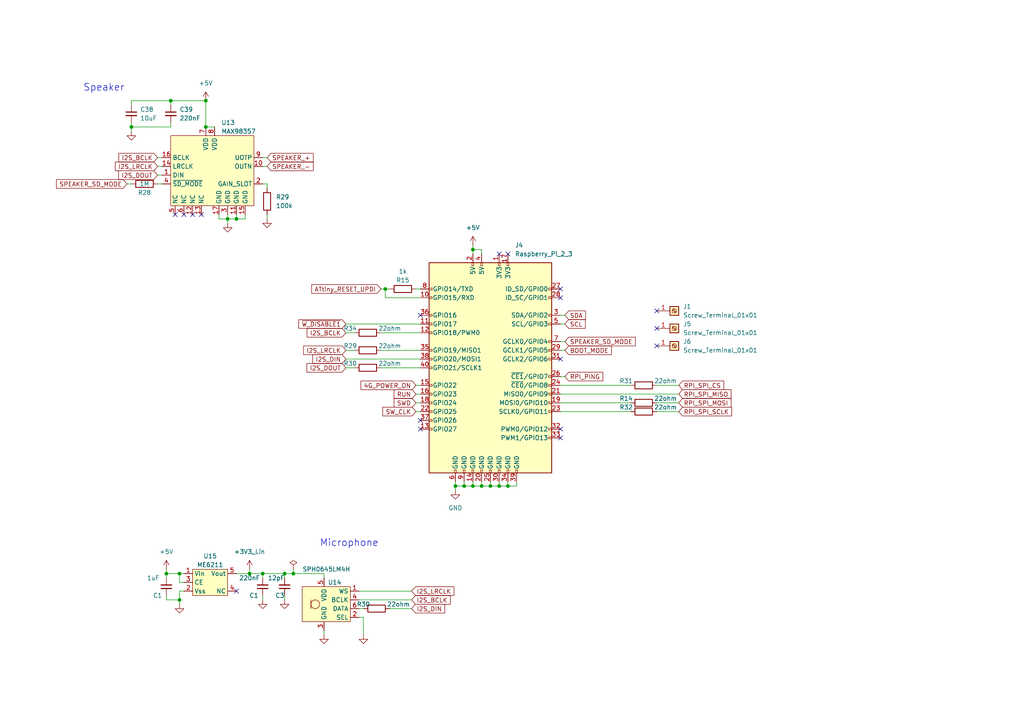
<source format=kicad_sch>
(kicad_sch (version 20230121) (generator eeschema)
  (paper "A4")
  (lib_symbols
    (symbol "Connector:Raspberry_Pi_2_3" (pin_names (offset 1.016))
      (property "Reference" "J" (at -17.78 31.75 0))
      (property "Value" "Raspberry_Pi_2_3" (at 10.16 -31.75 0))
      (symbol "Raspberry_Pi_2_3_0_1"
        (rectangle (start -17.78 30.48) (end 17.78 -30.48) (stroke (width 0.254)) (fill (type background)))
      )
      (symbol "Raspberry_Pi_2_3_1_1"
        (rectangle (start -16.891 -17.526) (end -17.78 -18.034))
        (rectangle (start -16.891 -14.986) (end -17.78 -15.494))
        (rectangle (start -16.891 -12.446) (end -17.78 -12.954))
        (rectangle (start -16.891 -9.906) (end -17.78 -10.414))
        (rectangle (start -16.891 -7.366) (end -17.78 -7.874))
        (rectangle (start -16.891 -4.826) (end -17.78 -5.334))
        (rectangle (start -16.891 0.254) (end -17.78 -0.254))
        (rectangle (start -16.891 2.794) (end -17.78 2.286))
        (rectangle (start -16.891 5.334) (end -17.78 4.826))
        (rectangle (start -16.891 10.414) (end -17.78 9.906))
        (rectangle (start -16.891 12.954) (end -17.78 12.446))
        (rectangle (start -16.891 15.494) (end -17.78 14.986))
        (rectangle (start -16.891 20.574) (end -17.78 20.066))
        (rectangle (start -16.891 23.114) (end -17.78 22.606))
        (rectangle (start -10.414 -29.591) (end -9.906 -30.48))
        (rectangle (start -7.874 -29.591) (end -7.366 -30.48))
        (rectangle (start -5.334 -29.591) (end -4.826 -30.48))
        (rectangle (start -5.334 30.48) (end -4.826 29.591))
        (rectangle (start -2.794 -29.591) (end -2.286 -30.48))
        (rectangle (start -2.794 30.48) (end -2.286 29.591))
        (rectangle (start -0.254 -29.591) (end 0.254 -30.48))
        (rectangle (start 2.286 -29.591) (end 2.794 -30.48))
        (rectangle (start 2.286 30.48) (end 2.794 29.591))
        (rectangle (start 4.826 -29.591) (end 5.334 -30.48))
        (rectangle (start 4.826 30.48) (end 5.334 29.591))
        (rectangle (start 7.366 -29.591) (end 7.874 -30.48))
        (rectangle (start 17.78 -20.066) (end 16.891 -20.574))
        (rectangle (start 17.78 -17.526) (end 16.891 -18.034))
        (rectangle (start 17.78 -12.446) (end 16.891 -12.954))
        (rectangle (start 17.78 -9.906) (end 16.891 -10.414))
        (rectangle (start 17.78 -7.366) (end 16.891 -7.874))
        (rectangle (start 17.78 -4.826) (end 16.891 -5.334))
        (rectangle (start 17.78 -2.286) (end 16.891 -2.794))
        (rectangle (start 17.78 2.794) (end 16.891 2.286))
        (rectangle (start 17.78 5.334) (end 16.891 4.826))
        (rectangle (start 17.78 7.874) (end 16.891 7.366))
        (rectangle (start 17.78 12.954) (end 16.891 12.446))
        (rectangle (start 17.78 15.494) (end 16.891 14.986))
        (rectangle (start 17.78 20.574) (end 16.891 20.066))
        (rectangle (start 17.78 23.114) (end 16.891 22.606))
        (pin power_in line (at 2.54 33.02 270) (length 2.54) (name "3V3") (number "1"))
        (pin bidirectional line (at -20.32 20.32 0) (length 2.54) (name "GPIO15/RXD") (number "10"))
        (pin bidirectional line (at -20.32 12.7 0) (length 2.54) (name "GPIO17") (number "11"))
        (pin bidirectional line (at -20.32 10.16 0) (length 2.54) (name "GPIO18/PWM0") (number "12"))
        (pin bidirectional line (at -20.32 -17.78 0) (length 2.54) (name "GPIO27") (number "13"))
        (pin power_in line (at -5.08 -33.02 90) (length 2.54) (name "GND") (number "14"))
        (pin bidirectional line (at -20.32 -5.08 0) (length 2.54) (name "GPIO22") (number "15"))
        (pin bidirectional line (at -20.32 -7.62 0) (length 2.54) (name "GPIO23") (number "16"))
        (pin power_in line (at 5.08 33.02 270) (length 2.54) (name "3V3") (number "17"))
        (pin bidirectional line (at -20.32 -10.16 0) (length 2.54) (name "GPIO24") (number "18"))
        (pin bidirectional line (at 20.32 -10.16 180) (length 2.54) (name "MOSI0/GPIO10") (number "19"))
        (pin power_in line (at -5.08 33.02 270) (length 2.54) (name "5V") (number "2"))
        (pin power_in line (at -2.54 -33.02 90) (length 2.54) (name "GND") (number "20"))
        (pin bidirectional line (at 20.32 -7.62 180) (length 2.54) (name "MISO0/GPIO9") (number "21"))
        (pin bidirectional line (at -20.32 -12.7 0) (length 2.54) (name "GPIO25") (number "22"))
        (pin bidirectional line (at 20.32 -12.7 180) (length 2.54) (name "SCLK0/GPIO11") (number "23"))
        (pin bidirectional line (at 20.32 -5.08 180) (length 2.54) (name "~{CE0}/GPIO8") (number "24"))
        (pin power_in line (at 0 -33.02 90) (length 2.54) (name "GND") (number "25"))
        (pin bidirectional line (at 20.32 -2.54 180) (length 2.54) (name "~{CE1}/GPIO7") (number "26"))
        (pin bidirectional line (at 20.32 22.86 180) (length 2.54) (name "ID_SD/GPIO0") (number "27"))
        (pin bidirectional line (at 20.32 20.32 180) (length 2.54) (name "ID_SC/GPIO1") (number "28"))
        (pin bidirectional line (at 20.32 5.08 180) (length 2.54) (name "GCLK1/GPIO5") (number "29"))
        (pin bidirectional line (at 20.32 15.24 180) (length 2.54) (name "SDA/GPIO2") (number "3"))
        (pin power_in line (at 2.54 -33.02 90) (length 2.54) (name "GND") (number "30"))
        (pin bidirectional line (at 20.32 2.54 180) (length 2.54) (name "GCLK2/GPIO6") (number "31"))
        (pin bidirectional line (at 20.32 -17.78 180) (length 2.54) (name "PWM0/GPIO12") (number "32"))
        (pin bidirectional line (at 20.32 -20.32 180) (length 2.54) (name "PWM1/GPIO13") (number "33"))
        (pin power_in line (at 5.08 -33.02 90) (length 2.54) (name "GND") (number "34"))
        (pin bidirectional line (at -20.32 5.08 0) (length 2.54) (name "GPIO19/MISO1") (number "35"))
        (pin bidirectional line (at -20.32 15.24 0) (length 2.54) (name "GPIO16") (number "36"))
        (pin bidirectional line (at -20.32 -15.24 0) (length 2.54) (name "GPIO26") (number "37"))
        (pin bidirectional line (at -20.32 2.54 0) (length 2.54) (name "GPIO20/MOSI1") (number "38"))
        (pin power_in line (at 7.62 -33.02 90) (length 2.54) (name "GND") (number "39"))
        (pin power_in line (at -2.54 33.02 270) (length 2.54) (name "5V") (number "4"))
        (pin bidirectional line (at -20.32 0 0) (length 2.54) (name "GPIO21/SCLK1") (number "40"))
        (pin bidirectional line (at 20.32 12.7 180) (length 2.54) (name "SCL/GPIO3") (number "5"))
        (pin power_in line (at -10.16 -33.02 90) (length 2.54) (name "GND") (number "6"))
        (pin bidirectional line (at 20.32 7.62 180) (length 2.54) (name "GCLK0/GPIO4") (number "7"))
        (pin bidirectional line (at -20.32 22.86 0) (length 2.54) (name "GPIO14/TXD") (number "8"))
        (pin power_in line (at -7.62 -33.02 90) (length 2.54) (name "GND") (number "9"))
      )
    )
    (symbol "Connector:Screw_Terminal_01x01" (pin_names (offset 1.016) hide)
      (property "Reference" "J" (at 0 2.54 0))
      (property "Value" "Screw_Terminal_01x01" (at 0 -2.54 0))
      (symbol "Screw_Terminal_01x01_1_1"
        (rectangle (start -1.27 1.27) (end 1.27 -1.27) (stroke (width 0.254)) (fill (type background)))
        (polyline (pts (xy -0.5334 0.3302) (xy 0.3302 -0.508)) (stroke (width 0.1524)))
        (polyline (pts (xy -0.3556 0.508) (xy 0.508 -0.3302)) (stroke (width 0.1524)))
        (circle (center 0 0) (radius 0.635) (stroke (width 0.1524)))
        (pin passive line (at -5.08 0 0) (length 3.81) (name "Pin_1") (number "1"))
      )
    )
    (symbol "Device:C_Small" (pin_numbers hide) (pin_names (offset 0.254) hide)
      (property "Reference" "C" (at 0.254 1.778 0))
      (property "Value" "C_Small" (at 0.254 -2.032 0))
      (symbol "C_Small_0_1"
        (polyline (pts (xy -1.524 -0.508) (xy 1.524 -0.508)) (stroke (width 0.3302)))
        (polyline (pts (xy -1.524 0.508) (xy 1.524 0.508)) (stroke (width 0.3048)))
      )
      (symbol "C_Small_1_1"
        (pin passive line (at 0 2.54 270) (length 2.032) (name "~") (number "1"))
        (pin passive line (at 0 -2.54 90) (length 2.032) (name "~") (number "2"))
      )
    )
    (symbol "Device:R" (pin_numbers hide) (pin_names (offset 0))
      (property "Reference" "R" (at 2.032 0 90))
      (property "Value" "R" (at 0 0 90))
      (symbol "R_0_1"
        (rectangle (start -1.016 -2.54) (end 1.016 2.54) (stroke (width 0.254)))
      )
      (symbol "R_1_1"
        (pin passive line (at 0 3.81 270) (length 1.27) (name "~") (number "1"))
        (pin passive line (at 0 -3.81 90) (length 1.27) (name "~") (number "2"))
      )
    )
    (symbol "cacophony-library:+3V3_Lin" (power) (pin_names (offset 0))
      (property "Value" "+3V3_Lin" (at 0 5.08 0))
      (symbol "+3V3_Lin_0_1"
        (polyline (pts (xy -0.762 1.27) (xy 0 2.54)))
        (polyline (pts (xy 0 0) (xy 0 2.54)))
        (polyline (pts (xy 0 2.54) (xy 0.762 1.27)))
      )
      (symbol "+3V3_Lin_1_1"
        (pin power_in line (at 0 0 90) (length 0) hide (name "+3V3_Lin") (number "1"))
      )
    )
    (symbol "cacophony-library:MAX98357"
      (property "Reference" "U" (at 3.2894 7.62 0))
      (property "Value" "MAX98357" (at 3.2894 5.08 0))
      (symbol "MAX98357_0_1"
        (rectangle (start -11.43 2.54) (end 12.7 -17.78) (fill (type background)))
      )
      (symbol "MAX98357_1_1"
        (pin passive line (at -13.97 -8.89 0) (length 2.54) (name "DIN") (number "1"))
        (pin passive line (at 15.24 -6.35 180) (length 2.54) (name "OUTN") (number "10"))
        (pin passive line (at 7.62 -20.32 90) (length 2.54) (name "GND") (number "11"))
        (pin passive line (at -5.08 -20.32 90) (length 2.54) (name "NC") (number "12"))
        (pin passive line (at -2.54 -20.32 90) (length 2.54) (name "NC") (number "13"))
        (pin passive line (at -13.97 -6.35 0) (length 2.54) (name "LRCLK") (number "14"))
        (pin passive line (at 10.16 -20.32 90) (length 2.54) (name "GND") (number "15"))
        (pin passive line (at -13.97 -3.81 0) (length 2.54) (name "BCLK") (number "16"))
        (pin passive line (at 2.54 -20.32 90) (length 2.54) (name "GND") (number "17"))
        (pin passive line (at 15.24 -11.43 180) (length 2.54) (name "GAIN_SLOT") (number "2"))
        (pin passive line (at 5.08 -20.32 90) (length 2.54) (name "GND") (number "3"))
        (pin passive line (at -13.97 -11.43 0) (length 2.54) (name "~{SD_MODE}") (number "4"))
        (pin passive line (at -10.16 -20.32 90) (length 2.54) (name "NC") (number "5"))
        (pin passive line (at -7.62 -20.32 90) (length 2.54) (name "NC") (number "6"))
        (pin passive line (at -1.27 5.08 270) (length 2.54) (name "VDD") (number "7"))
        (pin passive line (at 1.27 5.08 270) (length 2.54) (name "VDD") (number "8"))
        (pin passive line (at 15.24 -3.81 180) (length 2.54) (name "UOTP") (number "9"))
      )
    )
    (symbol "cacophony-library:ME6211"
      (property "Reference" "U" (at 0 3.81 0))
      (property "Value" "ME6211" (at 0 1.27 0))
      (symbol "ME6211_0_1"
        (rectangle (start -5.08 -1.27) (end 5.08 -8.89) (fill (type background)))
      )
      (symbol "ME6211_1_1"
        (pin input line (at -7.62 -2.54 0) (length 2.54) (name "Vin") (number "1"))
        (pin input line (at -7.62 -7.62 0) (length 2.54) (name "Vss") (number "2"))
        (pin input line (at -7.62 -5.08 0) (length 2.54) (name "CE") (number "3"))
        (pin input line (at 7.62 -7.62 180) (length 2.54) (name "NC") (number "4"))
        (pin input line (at 7.62 -2.54 180) (length 2.54) (name "Vout") (number "5"))
      )
    )
    (symbol "cacophony-library:SPH0645LM4H"
      (property "Reference" "U" (at 3.81 6.35 0))
      (property "Value" "SPH0645LM4H" (at 6.35 10.16 0))
      (symbol "SPH0645LM4H_0_1"
        (rectangle (start -7.62 5.08) (end 6.35 -5.08) (fill (type background)))
        (circle (center -3.81 0) (radius 1.27))
        (polyline (pts (xy -5.08 1.27) (xy -5.08 -1.27)))
      )
      (symbol "SPH0645LM4H_1_1"
        (pin input line (at 8.89 3.81 180) (length 2.54) (name "WS") (number "1"))
        (pin input line (at 8.89 -3.81 180) (length 2.54) (name "SEL") (number "2"))
        (pin input line (at -1.27 -7.62 90) (length 2.54) (name "GND") (number "3"))
        (pin input line (at 8.89 1.27 180) (length 2.54) (name "BCLK") (number "4"))
        (pin input line (at -1.27 7.62 270) (length 2.54) (name "VDD") (number "5"))
        (pin input line (at 8.89 -1.27 180) (length 2.54) (name "DATA") (number "6"))
      )
    )
    (symbol "power:+5V" (power) (pin_names (offset 0))
      (property "Value" "+5V" (at 0 3.556 0))
      (symbol "+5V_0_1"
        (polyline (pts (xy -0.762 1.27) (xy 0 2.54)))
        (polyline (pts (xy 0 0) (xy 0 2.54)))
        (polyline (pts (xy 0 2.54) (xy 0.762 1.27)))
      )
      (symbol "+5V_1_1"
        (pin power_in line (at 0 0 90) (length 0) hide (name "+5V") (number "1"))
      )
    )
    (symbol "power:GND" (power) (pin_names (offset 0))
      (property "Value" "GND" (at 0 -3.81 0))
      (symbol "GND_0_1"
        (polyline (pts (xy 0 0) (xy 0 -1.27) (xy 1.27 -1.27) (xy 0 -2.54) (xy -1.27 -1.27) (xy 0 -1.27)))
      )
      (symbol "GND_1_1"
        (pin power_in line (at 0 0 270) (length 0) hide (name "GND") (number "1"))
      )
    )
    (symbol "power:PWR_FLAG" (power) (pin_numbers hide) (pin_names (offset 0) hide)
      (property "Value" "PWR_FLAG" (at 0 3.81 0))
      (symbol "PWR_FLAG_0_0"
        (pin power_out line (at 0 0 90) (length 0) (name "pwr") (number "1"))
      )
      (symbol "PWR_FLAG_0_1"
        (polyline (pts (xy 0 0) (xy 0 1.27) (xy -1.016 1.905) (xy 0 2.54) (xy 1.016 1.905) (xy 0 1.27)))
      )
    )
  )
  (junction (at 52.07 166.37))
  (junction (at 59.69 29.21))
  (junction (at 147.32 140.97))
  (junction (at 82.55 166.37))
  (junction (at 59.69 36.83))
  (junction (at 49.53 29.21))
  (junction (at 72.39 166.37))
  (junction (at 142.24 140.97))
  (junction (at 48.26 166.37))
  (junction (at 137.16 72.39))
  (junction (at 76.2 166.37))
  (junction (at 111.76 83.82))
  (junction (at 132.08 140.97))
  (junction (at 85.09 166.37))
  (junction (at 66.04 63.5))
  (junction (at 52.07 173.99))
  (junction (at 38.1 36.83))
  (junction (at 137.16 140.97))
  (junction (at 144.78 140.97))
  (junction (at 139.7 140.97))
  (junction (at 68.58 63.5))
  (junction (at 134.62 140.97))
  (no_connect (at 147.32 73.66))
  (no_connect (at 121.92 124.46))
  (no_connect (at 162.56 124.46))
  (no_connect (at 121.92 91.44))
  (no_connect (at 55.88 62.23))
  (no_connect (at 68.58 171.45))
  (no_connect (at 190.5 95.25))
  (no_connect (at 121.92 121.92))
  (no_connect (at 144.78 73.66))
  (no_connect (at 58.42 62.23))
  (no_connect (at 190.5 90.17))
  (no_connect (at 162.56 86.36))
  (no_connect (at 162.56 104.14))
  (no_connect (at 50.8 62.23))
  (no_connect (at 162.56 127))
  (no_connect (at 53.34 62.23))
  (no_connect (at 190.5 100.33))
  (no_connect (at 162.56 83.82))
  (wire (pts (xy 68.58 62.23) (xy 68.58 63.5)))
  (wire (pts (xy 66.04 62.23) (xy 66.04 63.5)))
  (wire (pts (xy 162.56 99.06) (xy 163.83 99.06)))
  (wire (pts (xy 134.62 140.97) (xy 137.16 140.97)))
  (wire (pts (xy 82.55 166.37) (xy 82.55 167.64)))
  (wire (pts (xy 100.33 96.52) (xy 102.87 96.52)))
  (wire (pts (xy 110.49 106.68) (xy 121.92 106.68)))
  (wire (pts (xy 132.08 140.97) (xy 134.62 140.97)))
  (wire (pts (xy 38.1 35.56) (xy 38.1 36.83)))
  (wire (pts (xy 137.16 140.97) (xy 137.16 139.7)))
  (wire (pts (xy 111.76 86.36) (xy 111.76 83.82)))
  (wire (pts (xy 113.03 176.53) (xy 119.38 176.53)))
  (wire (pts (xy 93.98 166.37) (xy 93.98 167.64)))
  (wire (pts (xy 162.56 119.38) (xy 182.88 119.38)))
  (wire (pts (xy 104.14 179.07) (xy 105.41 179.07)))
  (wire (pts (xy 147.32 140.97) (xy 149.86 140.97)))
  (wire (pts (xy 76.2 48.26) (xy 77.47 48.26)))
  (wire (pts (xy 52.07 171.45) (xy 52.07 173.99)))
  (wire (pts (xy 59.69 29.21) (xy 59.69 36.83)))
  (wire (pts (xy 52.07 166.37) (xy 52.07 168.91)))
  (wire (pts (xy 120.65 114.3) (xy 121.92 114.3)))
  (wire (pts (xy 162.56 91.44) (xy 163.83 91.44)))
  (wire (pts (xy 162.56 111.76) (xy 182.88 111.76)))
  (wire (pts (xy 100.33 93.98) (xy 121.92 93.98)))
  (wire (pts (xy 77.47 53.34) (xy 76.2 53.34)))
  (wire (pts (xy 76.2 166.37) (xy 82.55 166.37)))
  (wire (pts (xy 76.2 172.72) (xy 76.2 173.99)))
  (wire (pts (xy 134.62 140.97) (xy 134.62 139.7)))
  (wire (pts (xy 76.2 45.72) (xy 77.47 45.72)))
  (wire (pts (xy 104.14 171.45) (xy 119.38 171.45)))
  (wire (pts (xy 63.5 62.23) (xy 63.5 63.5)))
  (wire (pts (xy 142.24 140.97) (xy 144.78 140.97)))
  (wire (pts (xy 53.34 166.37) (xy 52.07 166.37)))
  (wire (pts (xy 85.09 165.1) (xy 85.09 166.37)))
  (wire (pts (xy 162.56 101.6) (xy 163.83 101.6)))
  (wire (pts (xy 52.07 171.45) (xy 53.34 171.45)))
  (wire (pts (xy 38.1 36.83) (xy 49.53 36.83)))
  (wire (pts (xy 49.53 36.83) (xy 49.53 35.56)))
  (wire (pts (xy 48.26 173.99) (xy 48.26 172.72)))
  (wire (pts (xy 104.14 173.99) (xy 119.38 173.99)))
  (wire (pts (xy 53.34 168.91) (xy 52.07 168.91)))
  (wire (pts (xy 45.72 53.34) (xy 46.99 53.34)))
  (wire (pts (xy 52.07 166.37) (xy 48.26 166.37)))
  (wire (pts (xy 120.65 119.38) (xy 121.92 119.38)))
  (wire (pts (xy 71.12 62.23) (xy 71.12 63.5)))
  (wire (pts (xy 120.65 116.84) (xy 121.92 116.84)))
  (wire (pts (xy 82.55 166.37) (xy 85.09 166.37)))
  (wire (pts (xy 190.5 111.76) (xy 196.85 111.76)))
  (wire (pts (xy 132.08 140.97) (xy 132.08 142.24)))
  (wire (pts (xy 137.16 71.12) (xy 137.16 72.39)))
  (wire (pts (xy 132.08 139.7) (xy 132.08 140.97)))
  (wire (pts (xy 162.56 109.22) (xy 163.83 109.22)))
  (wire (pts (xy 147.32 140.97) (xy 147.32 139.7)))
  (wire (pts (xy 66.04 63.5) (xy 68.58 63.5)))
  (wire (pts (xy 48.26 166.37) (xy 48.26 167.64)))
  (wire (pts (xy 149.86 140.97) (xy 149.86 139.7)))
  (wire (pts (xy 110.49 101.6) (xy 121.92 101.6)))
  (wire (pts (xy 63.5 63.5) (xy 66.04 63.5)))
  (wire (pts (xy 72.39 165.1) (xy 72.39 166.37)))
  (wire (pts (xy 139.7 140.97) (xy 139.7 139.7)))
  (wire (pts (xy 93.98 182.88) (xy 93.98 184.15)))
  (wire (pts (xy 137.16 72.39) (xy 137.16 73.66)))
  (wire (pts (xy 68.58 166.37) (xy 72.39 166.37)))
  (wire (pts (xy 111.76 86.36) (xy 121.92 86.36)))
  (wire (pts (xy 139.7 72.39) (xy 139.7 73.66)))
  (wire (pts (xy 137.16 72.39) (xy 139.7 72.39)))
  (wire (pts (xy 120.65 83.82) (xy 121.92 83.82)))
  (wire (pts (xy 52.07 173.99) (xy 48.26 173.99)))
  (wire (pts (xy 85.09 166.37) (xy 93.98 166.37)))
  (wire (pts (xy 100.33 104.14) (xy 121.92 104.14)))
  (wire (pts (xy 36.83 53.34) (xy 38.1 53.34)))
  (wire (pts (xy 162.56 114.3) (xy 196.85 114.3)))
  (wire (pts (xy 137.16 140.97) (xy 139.7 140.97)))
  (wire (pts (xy 77.47 54.61) (xy 77.47 53.34)))
  (wire (pts (xy 110.49 83.82) (xy 111.76 83.82)))
  (wire (pts (xy 45.72 50.8) (xy 46.99 50.8)))
  (wire (pts (xy 48.26 166.37) (xy 48.26 165.1)))
  (wire (pts (xy 104.14 176.53) (xy 105.41 176.53)))
  (wire (pts (xy 45.72 45.72) (xy 46.99 45.72)))
  (wire (pts (xy 59.69 29.21) (xy 49.53 29.21)))
  (wire (pts (xy 82.55 172.72) (xy 82.55 173.99)))
  (wire (pts (xy 190.5 116.84) (xy 196.85 116.84)))
  (wire (pts (xy 76.2 166.37) (xy 76.2 167.64)))
  (wire (pts (xy 49.53 29.21) (xy 49.53 30.48)))
  (wire (pts (xy 144.78 140.97) (xy 147.32 140.97)))
  (wire (pts (xy 139.7 140.97) (xy 142.24 140.97)))
  (wire (pts (xy 120.65 111.76) (xy 121.92 111.76)))
  (wire (pts (xy 59.69 36.83) (xy 62.23 36.83)))
  (wire (pts (xy 111.76 83.82) (xy 113.03 83.82)))
  (wire (pts (xy 77.47 62.23) (xy 77.47 63.5)))
  (wire (pts (xy 45.72 48.26) (xy 46.99 48.26)))
  (wire (pts (xy 100.33 101.6) (xy 102.87 101.6)))
  (wire (pts (xy 66.04 63.5) (xy 66.04 64.77)))
  (wire (pts (xy 190.5 119.38) (xy 196.85 119.38)))
  (wire (pts (xy 38.1 29.21) (xy 38.1 30.48)))
  (wire (pts (xy 38.1 36.83) (xy 38.1 38.1)))
  (wire (pts (xy 162.56 116.84) (xy 182.88 116.84)))
  (wire (pts (xy 105.41 179.07) (xy 105.41 184.15)))
  (wire (pts (xy 162.56 93.98) (xy 163.83 93.98)))
  (wire (pts (xy 49.53 29.21) (xy 38.1 29.21)))
  (wire (pts (xy 72.39 166.37) (xy 76.2 166.37)))
  (wire (pts (xy 68.58 63.5) (xy 71.12 63.5)))
  (wire (pts (xy 52.07 173.99) (xy 52.07 175.26)))
  (wire (pts (xy 110.49 96.52) (xy 121.92 96.52)))
  (wire (pts (xy 144.78 140.97) (xy 144.78 139.7)))
  (wire (pts (xy 100.33 106.68) (xy 102.87 106.68)))
  (wire (pts (xy 142.24 140.97) (xy 142.24 139.7)))
  (text "Speaker" (at 24.13 26.67 0) (effects (font (size 2 2)) (justify left bottom)))
  (text "Microphone" (at 92.71 158.75 0) (effects (font (size 2 2)) (justify left bottom)))
  (global_label "I2S_DIN" (shape input) (at 100.33 104.14 180) (property "Intersheetrefs" "${INTERSHEET_REFS}" (effects hide)))
  (global_label "RPI_SPI_SCLK" (shape input) (at 196.85 119.38 0) (property "Intersheetrefs" "${INTERSHEET_REFS}" (effects hide)))
  (global_label "RPI_SPI_MISO" (shape input) (at 196.85 114.3 0) (property "Intersheetrefs" "${INTERSHEET_REFS}" (effects hide)))
  (global_label "I2S_DOUT" (shape input) (at 100.33 106.68 180) (property "Intersheetrefs" "${INTERSHEET_REFS}" (effects hide)))
  (global_label "SDA" (shape input) (at 163.83 91.44 0) (property "Intersheetrefs" "${INTERSHEET_REFS}" (effects hide)))
  (global_label "BOOT_MODE" (shape input) (at 163.83 101.6 0) (property "Intersheetrefs" "${INTERSHEET_REFS}" (effects hide)))
  (global_label "SWD" (shape input) (at 120.65 116.84 180) (property "Intersheetrefs" "${INTERSHEET_REFS}" (effects hide)))
  (global_label "SCL" (shape input) (at 163.83 93.98 0) (property "Intersheetrefs" "${INTERSHEET_REFS}" (effects hide)))
  (global_label "I2S_DOUT" (shape input) (at 45.72 50.8 180) (property "Intersheetrefs" "${INTERSHEET_REFS}" (effects hide)))
  (global_label "I2S_LRCLK" (shape input) (at 45.72 48.26 180) (property "Intersheetrefs" "${INTERSHEET_REFS}" (effects hide)))
  (global_label "4G_POWER_ON" (shape input) (at 120.65 111.76 180) (property "Intersheetrefs" "${INTERSHEET_REFS}" (effects hide)))
  (global_label "SPEAKER_SD_MODE" (shape input) (at 36.83 53.34 180) (property "Intersheetrefs" "${INTERSHEET_REFS}" (effects hide)))
  (global_label "SW_CLK" (shape input) (at 120.65 119.38 180) (property "Intersheetrefs" "${INTERSHEET_REFS}" (effects hide)))
  (global_label "I2S_BCLK" (shape input) (at 119.38 173.99 0) (property "Intersheetrefs" "${INTERSHEET_REFS}" (effects hide)))
  (global_label "I2S_LRCLK" (shape input) (at 119.38 171.45 0) (property "Intersheetrefs" "${INTERSHEET_REFS}" (effects hide)))
  (global_label "I2S_BCLK" (shape input) (at 100.33 96.52 180) (property "Intersheetrefs" "${INTERSHEET_REFS}" (effects hide)))
  (global_label "SPEAKER_+" (shape input) (at 77.47 45.72 0) (property "Intersheetrefs" "${INTERSHEET_REFS}" (effects hide)))
  (global_label "RUN" (shape input) (at 120.65 114.3 180) (property "Intersheetrefs" "${INTERSHEET_REFS}" (effects hide)))
  (global_label "SPEAKER_SD_MODE" (shape input) (at 163.83 99.06 0) (property "Intersheetrefs" "${INTERSHEET_REFS}" (effects hide)))
  (global_label "RPI_PING" (shape input) (at 163.83 109.22 0) (property "Intersheetrefs" "${INTERSHEET_REFS}" (effects hide)))
  (global_label "I2S_LRCLK" (shape input) (at 100.33 101.6 180) (property "Intersheetrefs" "${INTERSHEET_REFS}" (effects hide)))
  (global_label "RPI_SPI_CS" (shape input) (at 196.85 111.76 0) (property "Intersheetrefs" "${INTERSHEET_REFS}" (effects hide)))
  (global_label "ATtiny_RESET_UPDI" (shape input) (at 110.49 83.82 180) (property "Intersheetrefs" "${INTERSHEET_REFS}" (effects hide)))
  (global_label "RPI_SPI_MOSI" (shape input) (at 196.85 116.84 0) (property "Intersheetrefs" "${INTERSHEET_REFS}" (effects hide)))
  (global_label "~{W_DISABLE1}" (shape input) (at 100.33 93.98 180) (property "Intersheetrefs" "${INTERSHEET_REFS}" (effects hide)))
  (global_label "I2S_BCLK" (shape input) (at 45.72 45.72 180) (property "Intersheetrefs" "${INTERSHEET_REFS}" (effects hide)))
  (global_label "SPEAKER_-" (shape input) (at 77.47 48.26 0) (property "Intersheetrefs" "${INTERSHEET_REFS}" (effects hide)))
  (global_label "I2S_DIN" (shape input) (at 119.38 176.53 0) (property "Intersheetrefs" "${INTERSHEET_REFS}" (effects hide)))
  (symbol (lib_id "Connector:Screw_Terminal_01x01") (at 195.58 100.33 0) (unit 1)
    (property "Reference" "J6" (at 198.12 99.06 0) (effects (justify left)))
    (property "Value" "Screw_Terminal_01x01" (at 198.12 101.5999 0) (effects (justify left)))
    (property "Footprint" "cacophony-library:SMTSO25" (effects hide))
    (property "LCSC" "C2915630" (effects hide))
  )
  (symbol (lib_id "Device:R") (at 106.68 106.68 90) (unit 1)
    (property "Reference" "R30" (at 101.6 105.41 90))
    (property "Value" "22ohm" (at 113.03 105.41 90))
    (property "Footprint" "Resistor_SMD:R_0402_1005Metric" (effects hide))
    (property "LCSC" "C25092" (effects hide))
    (instances (project "thermal-camera-low-power-2" (path "" (reference "R30") (unit 1))) (project "thermal-camera-v2" (path "" (reference "R26") (unit 1))))
  )
  (symbol (lib_id "power:GND") (at 82.55 173.99 0) (unit 1)
    (property "Reference" "#PWR085" (effects hide))
    (property "Value" "GND" (effects hide))
    (instances (project "thermal-camera-low-power-2" (path "" (reference "#PWR085") (unit 1)) (path "" (reference "#PWR082") (unit 1))) (project "thermal-camera-v2" (path "" (reference "#PWR0170") (unit 1))))
  )
  (symbol (lib_id "Device:C_Small") (at 49.53 33.02 0) (unit 1)
    (property "Reference" "C39" (at 52.07 31.7562 0) (effects (justify left)))
    (property "Value" "220nF" (at 52.07 34.2962 0) (effects (justify left)))
    (property "Footprint" "Capacitor_SMD:C_0402_1005Metric" (effects hide))
    (property "LCSC" "C16772" (effects hide))
    (instances (project "thermal-camera-low-power-2" (path "" (reference "C39") (unit 1)) (path "" (reference "C29") (unit 1))) (project "thermal-camera-v2" (path "" (reference "C8") (unit 1))))
  )
  (symbol (lib_id "power:GND") (at 76.2 173.99 0) (unit 1)
    (property "Reference" "#PWR085" (effects hide))
    (property "Value" "GND" (effects hide))
    (instances (project "thermal-camera-low-power-2" (path "" (reference "#PWR085") (unit 1)) (path "" (reference "#PWR081") (unit 1))) (project "thermal-camera-v2" (path "" (reference "#PWR0170") (unit 1))))
  )
  (symbol (lib_id "cacophony-library:SPH0645LM4H") (at 95.25 175.26 0) (unit 1)
    (property "Reference" "U14" (at 99.06 168.91 0) (effects (justify right)))
    (property "Value" "SPH0645LM4H" (at 101.6 165.1 0) (effects (justify right)))
    (property "Footprint" "cacophony-library:MIC_SPH0645LM4H-B" (effects hide))
    (property "Datasheet" "https://media.digikey.com/pdf/Data%20Sheets/Knowles%20Acoustics%20PDFs/SPH0645LM4H-B.pdf" (effects hide))
    (property "LCSC" "C2686054" (effects hide))
    (instances (project "thermal-camera-low-power-2" (path "" (reference "U14") (unit 1)) (path "" (reference "U14") (unit 1))) (project "thermal-camera-v2" (path "" (reference "U6") (unit 1))))
  )
  (symbol (lib_id "power:GND") (at 77.47 63.5 0) (unit 1)
    (property "Reference" "#PWR082" (effects hide))
    (property "Value" "GND" (effects hide))
    (instances (project "thermal-camera-low-power-2" (path "" (reference "#PWR082") (unit 1)) (path "" (reference "#PWR012") (unit 1))) (project "thermal-camera-v2" (path "" (reference "#PWR0106") (unit 1))))
  )
  (symbol (lib_id "power:GND") (at 66.04 64.77 0) (unit 1)
    (property "Reference" "#PWR083" (effects hide))
    (property "Value" "GND" (effects hide))
    (instances (project "thermal-camera-low-power-2" (path "" (reference "#PWR083") (unit 1)) (path "" (reference "#PWR080") (unit 1))) (project "thermal-camera-v2" (path "" (reference "#PWR0107") (unit 1))))
  )
  (symbol (lib_id "cacophony-library:ME6211") (at 60.96 163.83 0) (unit 1)
    (property "Reference" "U15" (at 60.96 161.29 0))
    (property "Value" "ME6211" (at 60.96 163.83 0))
    (property "Footprint" "Package_TO_SOT_SMD:SOT-23-5" (effects hide))
    (property "Datasheet" "https://datasheet.lcsc.com/lcsc/1811131510_MICRONE-Nanjing-Micro-One-Elec-ME6211C33M5G-N_C82942.pdf" (effects hide))
    (property "LCSC" "C82942" (effects hide))
    (instances (project "thermal-camera-low-power-2" (path "" (reference "U15") (unit 1))) (project "thermal-camera-v2" (path "" (reference "U4") (unit 1))))
  )
  (symbol (lib_id "Device:R") (at 186.69 116.84 90) (unit 1)
    (property "Reference" "R14" (at 181.61 115.57 90))
    (property "Value" "22ohm" (at 193.04 115.57 90))
    (property "Footprint" "Resistor_SMD:R_0402_1005Metric" (effects hide))
    (property "LCSC" "C25092" (effects hide))
  )
  (symbol (lib_id "Device:R") (at 116.84 83.82 90) (unit 1)
    (property "Reference" "R15" (at 116.84 81.28 90))
    (property "Value" "1k" (at 116.84 78.74 90))
    (property "Footprint" "Resistor_SMD:R_0402_1005Metric" (effects hide))
    (property "LCSC" "C11702" (effects hide))
  )
  (symbol (lib_id "Device:R") (at 41.91 53.34 90) (unit 1)
    (property "Reference" "R28" (at 41.91 55.88 90))
    (property "Value" "1M" (at 41.91 53.34 90))
    (property "Footprint" "Resistor_SMD:R_0603_1608Metric" (effects hide))
    (property "LCSC" "C22935" (effects hide))
    (instances (project "thermal-camera-low-power-2" (path "" (reference "R28") (unit 1)) (path "" (reference "R12") (unit 1))) (project "thermal-camera-v2" (path "" (reference "R7") (unit 1))))
  )
  (symbol (lib_id "cacophony-library:+3V3_Lin") (at 72.39 165.1 0) (unit 1)
    (property "Reference" "#PWR087" (effects hide))
    (property "Value" "+3V3_Lin" (at 72.39 160.02 0))
    (instances (project "thermal-camera-low-power-2" (path "" (reference "#PWR087") (unit 1))) (project "thermal-camera-v2" (path "" (reference "#PWR0104") (unit 1))))
  )
  (symbol (lib_id "power:+5V") (at 48.26 165.1 0) (unit 1)
    (property "Reference" "#PWR086" (effects hide))
    (property "Value" "+5V" (at 48.26 160.02 0))
    (instances (project "thermal-camera-low-power-2" (path "" (reference "#PWR086") (unit 1))) (project "thermal-camera-v2" (path "" (reference "#PWR0112") (unit 1))))
  )
  (symbol (lib_id "power:GND") (at 93.98 184.15 0) (unit 1)
    (property "Reference" "#PWR086" (effects hide))
    (property "Value" "GND" (effects hide))
    (instances (project "thermal-camera-low-power-2" (path "" (reference "#PWR086") (unit 1)) (path "" (reference "#PWR083") (unit 1))) (project "thermal-camera-v2" (path "" (reference "#PWR0134") (unit 1))))
  )
  (symbol (lib_id "power:GND") (at 132.08 142.24 0) (unit 1)
    (property "Reference" "#PWR039" (effects hide))
    (property "Value" "GND" (at 132.08 147.32 0))
  )
  (symbol (lib_id "Device:C_Small") (at 38.1 33.02 0) (unit 1)
    (property "Reference" "C38" (at 40.64 31.7562 0) (effects (justify left)))
    (property "Value" "10uF" (at 40.64 34.2962 0) (effects (justify left)))
    (property "Footprint" "Capacitor_SMD:C_0603_1608Metric" (effects hide))
    (property "LCSC" "C19702" (effects hide))
    (instances (project "thermal-camera-low-power-2" (path "" (reference "C38") (unit 1)) (path "" (reference "C28") (unit 1))) (project "thermal-camera-v2" (path "" (reference "C7") (unit 1))))
  )
  (symbol (lib_id "power:+5V") (at 59.69 29.21 0) (unit 1)
    (property "Reference" "#PWR080" (effects hide))
    (property "Value" "+5V" (at 59.69 24.13 0))
    (instances (project "thermal-camera-low-power-2" (path "" (reference "#PWR080") (unit 1)) (path "" (reference "#PWR02") (unit 1))) (project "thermal-camera-v2" (path "" (reference "#PWR0117") (unit 1))))
  )
  (symbol (lib_id "power:GND") (at 105.41 184.15 0) (unit 1)
    (property "Reference" "#PWR087" (effects hide))
    (property "Value" "GND" (effects hide))
    (instances (project "thermal-camera-low-power-2" (path "" (reference "#PWR087") (unit 1)) (path "" (reference "#PWR084") (unit 1))) (project "thermal-camera-v2" (path "" (reference "#PWR0132") (unit 1))))
  )
  (symbol (lib_id "Device:R") (at 106.68 101.6 90) (unit 1)
    (property "Reference" "R29" (at 101.6 100.33 90))
    (property "Value" "22ohm" (at 113.03 100.33 90))
    (property "Footprint" "Resistor_SMD:R_0402_1005Metric" (effects hide))
    (property "LCSC" "C25092" (effects hide))
    (instances (project "thermal-camera-low-power-2" (path "" (reference "R29") (unit 1))) (project "thermal-camera-v2" (path "" (reference "R25") (unit 1))))
  )
  (symbol (lib_id "cacophony-library:MAX98357") (at 60.96 41.91 0) (unit 1)
    (property "Reference" "U13" (at 64.1859 35.56 0) (effects (justify left)))
    (property "Value" "MAX98357" (at 64.1859 38.1 0) (effects (justify left)))
    (property "Footprint" "Package_DFN_QFN:TQFN-16-1EP_3x3mm_P0.5mm_EP1.6x1.6mm" (effects hide))
    (property "Datasheet" "https://datasheets.maximintegrated.com/en/ds/MAX98357A-MAX98357B.pdf" (effects hide))
    (property "LCSC" "C910544" (effects hide))
    (instances (project "thermal-camera-low-power-2" (path "" (reference "U13") (unit 1)) (path "" (reference "U13") (unit 1))) (project "thermal-camera-v2" (path "" (reference "U9") (unit 1))))
  )
  (symbol (lib_id "power:GND") (at 38.1 38.1 0) (unit 1)
    (property "Reference" "#PWR081" (effects hide))
    (property "Value" "GND" (effects hide))
    (instances (project "thermal-camera-low-power-2" (path "" (reference "#PWR081") (unit 1)) (path "" (reference "#PWR05") (unit 1))) (project "thermal-camera-v2" (path "" (reference "#PWR0105") (unit 1))))
  )
  (symbol (lib_id "Connector:Screw_Terminal_01x01") (at 195.58 95.25 0) (unit 1)
    (property "Reference" "J5" (at 198.12 93.98 0) (effects (justify left)))
    (property "Value" "Screw_Terminal_01x01" (at 198.12 96.5199 0) (effects (justify left)))
    (property "Footprint" "cacophony-library:SMTSO25" (effects hide))
    (property "LCSC" "C2915630" (effects hide))
  )
  (symbol (lib_id "Connector:Raspberry_Pi_2_3") (at 142.24 106.68 0) (unit 1)
    (property "Reference" "J4" (at 149.3394 71.12 0) (effects (justify left)))
    (property "Value" "Raspberry_Pi_2_3" (at 149.3394 73.66 0) (effects (justify left)))
    (property "Footprint" "cacophony-library:RPI_HDR-SMD_40P-P2.54-V-F-R2-C20-S8.7-EH" (effects hide))
    (property "Datasheet" "https://www.raspberrypi.org/documentation/hardware/raspberrypi/schematics/rpi_SCH_3bplus_1p0_reduced.pdf" (effects hide))
    (property "LCSC" "C2685111" (effects hide))
  )
  (symbol (lib_id "Device:C_Small") (at 76.2 170.18 180) (unit 1)
    (property "Reference" "C1" (at 73.66 172.72 0))
    (property "Value" "220nF" (at 72.39 167.64 0))
    (property "Footprint" "Capacitor_SMD:C_0402_1005Metric" (effects hide))
    (property "LCSC" "C16772" (effects hide))
    (instances (project "thermal-camera-low-power-2" (path "" (reference "C1") (unit 1)) (path "" (reference "C38") (unit 1))))
  )
  (symbol (lib_id "Device:R") (at 106.68 96.52 90) (unit 1)
    (property "Reference" "R34" (at 101.6 95.25 90))
    (property "Value" "22ohm" (at 113.03 95.25 90))
    (property "Footprint" "Resistor_SMD:R_0402_1005Metric" (effects hide))
    (property "LCSC" "C25092" (effects hide))
    (instances (project "thermal-camera-low-power-2" (path "" (reference "R34") (unit 1))) (project "thermal-camera-v2" (path "" (reference "R24") (unit 1))))
  )
  (symbol (lib_id "Device:C_Small") (at 48.26 170.18 180) (unit 1)
    (property "Reference" "C1" (at 45.72 172.72 0))
    (property "Value" "1uF" (at 44.45 167.64 0))
    (property "Footprint" "Capacitor_SMD:C_0402_1005Metric" (effects hide))
    (property "LCSC" "C52923" (effects hide))
    (instances (project "thermal-camera-low-power-2" (path "" (reference "C1") (unit 1)) (path "" (reference "C43") (unit 1))))
  )
  (symbol (lib_id "Device:R") (at 186.69 111.76 90) (unit 1)
    (property "Reference" "R31" (at 181.61 110.49 90))
    (property "Value" "22ohm" (at 193.04 110.49 90))
    (property "Footprint" "Resistor_SMD:R_0402_1005Metric" (effects hide))
    (property "LCSC" "C25092" (effects hide))
    (instances (project "thermal-camera-low-power-2" (path "" (reference "R31") (unit 1))) (project "thermal-camera-v2" (path "" (reference "R25") (unit 1))))
  )
  (symbol (lib_id "Device:R") (at 77.47 58.42 0) (unit 1)
    (property "Reference" "R29" (at 80.01 57.1499 0) (effects (justify left)))
    (property "Value" "100k" (at 80.01 59.6899 0) (effects (justify left)))
    (property "Footprint" "Resistor_SMD:R_0402_1005Metric" (effects hide))
    (property "LCSC" "C25741" (effects hide))
    (instances (project "thermal-camera-low-power-2" (path "" (reference "R29") (unit 1)) (path "" (reference "R13") (unit 1))) (project "thermal-camera-v2" (path "" (reference "R9") (unit 1))))
  )
  (symbol (lib_id "power:GND") (at 52.07 175.26 0) (unit 1)
    (property "Reference" "#PWR089" (effects hide))
    (property "Value" "GND" (effects hide))
    (instances (project "thermal-camera-low-power-2" (path "" (reference "#PWR089") (unit 1))) (project "thermal-camera-v2" (path "" (reference "#PWR0113") (unit 1))))
  )
  (symbol (lib_id "Device:R") (at 186.69 119.38 90) (unit 1)
    (property "Reference" "R32" (at 181.61 118.11 90))
    (property "Value" "22ohm" (at 193.04 118.11 90))
    (property "Footprint" "Resistor_SMD:R_0402_1005Metric" (effects hide))
    (property "LCSC" "C25092" (effects hide))
    (instances (project "thermal-camera-low-power-2" (path "" (reference "R32") (unit 1))) (project "thermal-camera-v2" (path "" (reference "R26") (unit 1))))
  )
  (symbol (lib_id "power:+5V") (at 137.16 71.12 0) (unit 1)
    (property "Reference" "#PWR040" (effects hide))
    (property "Value" "+5V" (at 137.16 66.04 0))
  )
  (symbol (lib_id "Device:R") (at 109.22 176.53 90) (unit 1)
    (property "Reference" "R30" (at 105.41 175.26 90))
    (property "Value" "22ohm" (at 115.57 175.26 90))
    (property "Footprint" "Resistor_SMD:R_0402_1005Metric" (effects hide))
    (property "LCSC" "C25092" (effects hide))
    (instances (project "thermal-camera-low-power-2" (path "" (reference "R30") (unit 1)) (path "" (reference "R28") (unit 1))) (project "thermal-camera-v2" (path "" (reference "R27") (unit 1))))
  )
  (symbol (lib_id "Device:C_Small") (at 82.55 170.18 180) (unit 1)
    (property "Reference" "C3" (at 82.55 172.72 0) (effects (justify left)))
    (property "Value" "12pF" (at 82.55 167.64 0) (effects (justify left)))
    (property "Footprint" "Capacitor_SMD:C_0402_1005Metric" (effects hide))
    (property "LCSC" "C1547" (effects hide))
    (instances (project "thermal-camera-low-power-2" (path "" (reference "C3") (unit 1)) (path "" (reference "C42") (unit 1)) (path "" (reference "C39") (unit 1))))
  )
  (symbol (lib_id "Connector:Screw_Terminal_01x01") (at 195.58 90.17 0) (unit 1)
    (property "Reference" "J1" (at 198.12 88.9 0) (effects (justify left)))
    (property "Value" "Screw_Terminal_01x01" (at 198.12 91.4399 0) (effects (justify left)))
    (property "Footprint" "cacophony-library:SMTSO25" (effects hide))
    (property "LCSC" "C2915630" (effects hide))
  )
  (symbol (lib_id "power:PWR_FLAG") (at 85.09 165.1 0) (unit 1)
    (property "Reference" "#FLG01" (effects hide))
    (property "Value" "PWR_FLAG" (effects hide))
    (instances (project "thermal-camera-low-power-2" (path "" (reference "#FLG01") (unit 1)) (path "" (reference "#FLG05") (unit 1))))
  )
)
</source>
